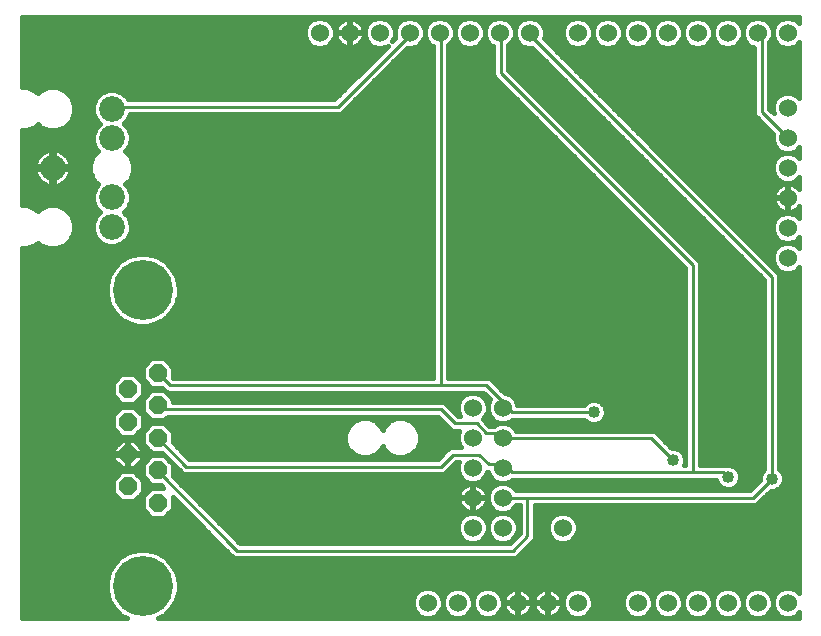
<source format=gbl>
G75*
G70*
%OFA0B0*%
%FSLAX24Y24*%
%IPPOS*%
%LPD*%
%AMOC8*
5,1,8,0,0,1.08239X$1,22.5*
%
%ADD10OC8,0.0600*%
%ADD11C,0.2000*%
%ADD12C,0.0600*%
%ADD13C,0.0860*%
%ADD14C,0.0100*%
%ADD15C,0.0400*%
%ADD16C,0.0160*%
D10*
X006699Y005569D03*
X007699Y005029D03*
X007699Y006109D03*
X006699Y006649D03*
X007699Y007189D03*
X006699Y007729D03*
X007699Y008269D03*
X006699Y008809D03*
X007699Y009349D03*
D11*
X007199Y012119D03*
X007199Y002259D03*
D12*
X016699Y001689D03*
X017699Y001689D03*
X018699Y001689D03*
X019699Y001689D03*
X020699Y001689D03*
X021699Y001689D03*
X023699Y001689D03*
X024699Y001689D03*
X025699Y001689D03*
X026699Y001689D03*
X027699Y001689D03*
X028699Y001689D03*
X021199Y004189D03*
X019199Y004189D03*
X018199Y004189D03*
X018199Y005189D03*
X019199Y005189D03*
X019199Y006189D03*
X018199Y006189D03*
X018199Y007189D03*
X019199Y007189D03*
X019199Y008189D03*
X018199Y008189D03*
X028699Y013189D03*
X028699Y014189D03*
X028699Y015189D03*
X028699Y016189D03*
X028699Y017189D03*
X028699Y018189D03*
X028699Y020689D03*
X027699Y020689D03*
X026699Y020689D03*
X025699Y020689D03*
X024699Y020689D03*
X023699Y020689D03*
X022699Y020689D03*
X021699Y020689D03*
X020099Y020689D03*
X019099Y020689D03*
X018099Y020689D03*
X017099Y020689D03*
X016099Y020689D03*
X015099Y020689D03*
X014099Y020689D03*
X013099Y020689D03*
D13*
X006167Y018158D03*
X006167Y017174D03*
X004199Y016189D03*
X006167Y015205D03*
X006167Y014221D03*
D14*
X006167Y018158D02*
X006179Y018229D01*
X013699Y018229D01*
X016099Y020629D01*
X016099Y020689D01*
X017099Y020689D02*
X017139Y020629D01*
X017139Y008949D01*
X008099Y008949D01*
X007699Y009349D01*
X007699Y008269D02*
X007699Y008229D01*
X007779Y008149D01*
X017139Y008149D01*
X017619Y007669D01*
X018339Y007669D01*
X018659Y007349D01*
X018899Y007349D01*
X019059Y007189D01*
X019199Y007189D01*
X019199Y007169D01*
X024159Y007169D01*
X024879Y006449D01*
X025539Y006049D02*
X025539Y012949D01*
X019139Y019349D01*
X019139Y020629D01*
X019099Y020689D01*
X020099Y020689D02*
X020099Y020629D01*
X028179Y012549D01*
X028179Y005829D01*
X027539Y005189D01*
X020019Y005189D01*
X020019Y003909D01*
X019539Y003429D01*
X010339Y003429D01*
X007699Y006069D01*
X007699Y006109D01*
X008659Y006229D02*
X017139Y006229D01*
X017539Y006629D01*
X018419Y006629D01*
X018739Y006309D01*
X019059Y006309D01*
X019139Y006229D01*
X019199Y006189D01*
X019199Y006129D01*
X019439Y006129D01*
X019519Y006049D01*
X025539Y006049D01*
X026559Y006049D01*
X026719Y005889D01*
X022239Y008049D02*
X019519Y008049D01*
X019439Y008129D01*
X019199Y008129D01*
X019199Y008189D01*
X019459Y008149D01*
X018659Y008949D01*
X017139Y008949D01*
X019199Y005189D02*
X020019Y005189D01*
X008659Y006229D02*
X007699Y007189D01*
X027699Y020689D02*
X027839Y020689D01*
X027839Y018049D01*
X028699Y017189D01*
D15*
X022239Y008049D03*
X024879Y006449D03*
X026719Y005889D03*
X028179Y005829D03*
D16*
X003179Y001169D02*
X003179Y013505D01*
X003357Y013505D01*
X003620Y013614D01*
X003707Y013700D01*
X003793Y013614D01*
X004056Y013505D01*
X004341Y013505D01*
X004605Y013614D01*
X004806Y013815D01*
X004915Y014078D01*
X004915Y014363D01*
X004806Y014626D01*
X004605Y014828D01*
X004341Y014937D01*
X004056Y014937D01*
X003793Y014828D01*
X003707Y014741D01*
X003620Y014828D01*
X003357Y014937D01*
X003179Y014937D01*
X003179Y017442D01*
X003357Y017442D01*
X003620Y017551D01*
X003707Y017637D01*
X003793Y017551D01*
X004056Y017442D01*
X004341Y017442D01*
X004605Y017551D01*
X004806Y017752D01*
X004915Y018015D01*
X004915Y018300D01*
X004806Y018563D01*
X004605Y018765D01*
X004341Y018874D01*
X004056Y018874D01*
X003793Y018765D01*
X003707Y018679D01*
X003620Y018765D01*
X003357Y018874D01*
X003179Y018874D01*
X003179Y021205D01*
X029089Y021205D01*
X029089Y021006D01*
X028982Y021113D01*
X028798Y021189D01*
X028599Y021189D01*
X028416Y021113D01*
X028275Y020972D01*
X028199Y020789D01*
X028199Y020590D01*
X028275Y020406D01*
X028416Y020265D01*
X028599Y020189D01*
X028798Y020189D01*
X028982Y020265D01*
X029089Y020372D01*
X029089Y018506D01*
X028982Y018613D01*
X028798Y018689D01*
X028599Y018689D01*
X028416Y018613D01*
X028275Y018472D01*
X028199Y018289D01*
X028199Y018090D01*
X028232Y018009D01*
X028089Y018153D01*
X028089Y020372D01*
X028123Y020406D01*
X028199Y020590D01*
X028199Y020789D01*
X028123Y020972D01*
X027982Y021113D01*
X027798Y021189D01*
X027599Y021189D01*
X027416Y021113D01*
X027275Y020972D01*
X027199Y020789D01*
X027199Y020590D01*
X027275Y020406D01*
X027416Y020265D01*
X027589Y020194D01*
X027589Y018099D01*
X027589Y018000D01*
X027627Y017908D01*
X028213Y017322D01*
X028199Y017289D01*
X028199Y017090D01*
X028275Y016906D01*
X028416Y016765D01*
X028599Y016689D01*
X028416Y016613D01*
X028275Y016472D01*
X028199Y016289D01*
X028199Y016090D01*
X028275Y015906D01*
X028416Y015765D01*
X028599Y015689D01*
X028798Y015689D01*
X028982Y015765D01*
X029089Y015872D01*
X029089Y015469D01*
X029065Y015502D01*
X029012Y015555D01*
X028950Y015600D01*
X028883Y015634D01*
X028811Y015657D01*
X028737Y015669D01*
X028719Y015669D01*
X028719Y015210D01*
X028679Y015210D01*
X028679Y015669D01*
X028661Y015669D01*
X028586Y015657D01*
X028515Y015634D01*
X028447Y015600D01*
X028386Y015555D01*
X028333Y015502D01*
X028288Y015441D01*
X028254Y015374D01*
X028231Y015302D01*
X028219Y015227D01*
X028219Y015209D01*
X028679Y015209D01*
X028679Y015169D01*
X028719Y015169D01*
X028719Y014709D01*
X028737Y014709D01*
X028811Y014721D01*
X028883Y014744D01*
X028950Y014779D01*
X029012Y014823D01*
X029065Y014877D01*
X029089Y014910D01*
X029089Y014506D01*
X028982Y014613D01*
X028798Y014689D01*
X028599Y014689D01*
X028416Y014613D01*
X028275Y014472D01*
X028199Y014289D01*
X028199Y014090D01*
X028275Y013906D01*
X028416Y013765D01*
X028599Y013689D01*
X028416Y013613D01*
X028275Y013472D01*
X028199Y013289D01*
X028199Y013090D01*
X028275Y012906D01*
X028416Y012765D01*
X028599Y012689D01*
X028798Y012689D01*
X028982Y012765D01*
X029089Y012872D01*
X029089Y002006D01*
X028982Y002113D01*
X028798Y002189D01*
X028599Y002189D01*
X028416Y002113D01*
X028275Y001972D01*
X028199Y001789D01*
X028199Y001590D01*
X028275Y001406D01*
X028416Y001265D01*
X028599Y001189D01*
X027798Y001189D01*
X027982Y001265D01*
X028123Y001406D01*
X028199Y001590D01*
X028199Y001789D01*
X028123Y001972D01*
X027982Y002113D01*
X027798Y002189D01*
X027599Y002189D01*
X027416Y002113D01*
X027275Y001972D01*
X027199Y001789D01*
X027199Y001590D01*
X027275Y001406D01*
X027416Y001265D01*
X027599Y001189D01*
X026798Y001189D01*
X026982Y001265D01*
X027123Y001406D01*
X027199Y001590D01*
X027199Y001789D01*
X027123Y001972D01*
X026982Y002113D01*
X026798Y002189D01*
X026599Y002189D01*
X026416Y002113D01*
X026275Y001972D01*
X026199Y001789D01*
X026199Y001590D01*
X026275Y001406D01*
X026416Y001265D01*
X026599Y001189D01*
X025798Y001189D01*
X025982Y001265D01*
X026123Y001406D01*
X026199Y001590D01*
X026199Y001789D01*
X026123Y001972D01*
X025982Y002113D01*
X025798Y002189D01*
X025599Y002189D01*
X025416Y002113D01*
X025275Y001972D01*
X025199Y001789D01*
X025199Y001590D01*
X025275Y001406D01*
X025416Y001265D01*
X025599Y001189D01*
X024798Y001189D01*
X024982Y001265D01*
X025123Y001406D01*
X025199Y001590D01*
X025199Y001789D01*
X025123Y001972D01*
X024982Y002113D01*
X024798Y002189D01*
X024599Y002189D01*
X024416Y002113D01*
X024275Y001972D01*
X024199Y001789D01*
X024199Y001590D01*
X024275Y001406D01*
X024416Y001265D01*
X024599Y001189D01*
X023798Y001189D01*
X023982Y001265D01*
X024123Y001406D01*
X024199Y001590D01*
X024199Y001789D01*
X024123Y001972D01*
X023982Y002113D01*
X023798Y002189D01*
X023599Y002189D01*
X023416Y002113D01*
X023275Y001972D01*
X023199Y001789D01*
X023199Y001590D01*
X023275Y001406D01*
X023416Y001265D01*
X023599Y001189D01*
X021798Y001189D01*
X021982Y001265D01*
X022123Y001406D01*
X022199Y001590D01*
X022199Y001789D01*
X022123Y001972D01*
X021982Y002113D01*
X021798Y002189D01*
X021599Y002189D01*
X021416Y002113D01*
X021275Y001972D01*
X021199Y001789D01*
X021199Y001590D01*
X021275Y001406D01*
X021416Y001265D01*
X021599Y001189D01*
X018798Y001189D01*
X018982Y001265D01*
X019123Y001406D01*
X019199Y001590D01*
X019199Y001789D01*
X019123Y001972D01*
X018982Y002113D01*
X018798Y002189D01*
X018599Y002189D01*
X018416Y002113D01*
X018275Y001972D01*
X018199Y001789D01*
X018199Y001590D01*
X018275Y001406D01*
X018416Y001265D01*
X018599Y001189D01*
X017798Y001189D01*
X017982Y001265D01*
X018123Y001406D01*
X018199Y001590D01*
X018199Y001789D01*
X018123Y001972D01*
X017982Y002113D01*
X017798Y002189D01*
X017599Y002189D01*
X017416Y002113D01*
X017275Y001972D01*
X017199Y001789D01*
X017199Y001590D01*
X017275Y001406D01*
X017416Y001265D01*
X017599Y001189D01*
X016798Y001189D01*
X016982Y001265D01*
X017123Y001406D01*
X017199Y001590D01*
X017199Y001789D01*
X017123Y001972D01*
X016982Y002113D01*
X016798Y002189D01*
X016599Y002189D01*
X016416Y002113D01*
X016275Y001972D01*
X016199Y001789D01*
X016199Y001590D01*
X016275Y001406D01*
X016416Y001265D01*
X016599Y001189D01*
X007745Y001189D01*
X007711Y001169D02*
X007936Y001299D01*
X008159Y001522D01*
X008317Y001796D01*
X008399Y002101D01*
X008399Y002417D01*
X008317Y002722D01*
X008159Y002996D01*
X007936Y003219D01*
X007662Y003377D01*
X007357Y003459D01*
X007041Y003459D01*
X006736Y003377D01*
X006462Y003219D01*
X006239Y002996D01*
X006081Y002722D01*
X005999Y002417D01*
X005999Y002101D01*
X006081Y001796D01*
X006239Y001522D01*
X006462Y001299D01*
X006687Y001169D01*
X003179Y001169D01*
X003179Y001189D02*
X006652Y001189D01*
X006413Y001348D02*
X003179Y001348D01*
X003179Y001506D02*
X006255Y001506D01*
X006156Y001665D02*
X003179Y001665D01*
X003179Y001823D02*
X006073Y001823D01*
X006031Y001982D02*
X003179Y001982D01*
X003179Y002141D02*
X005999Y002141D01*
X005999Y002299D02*
X003179Y002299D01*
X003179Y002458D02*
X006010Y002458D01*
X006052Y002616D02*
X003179Y002616D01*
X003179Y002775D02*
X006111Y002775D01*
X006202Y002933D02*
X003179Y002933D01*
X003179Y003092D02*
X006334Y003092D01*
X006516Y003250D02*
X003179Y003250D01*
X003179Y003409D02*
X006853Y003409D01*
X007545Y003409D02*
X010006Y003409D01*
X010127Y003288D02*
X010197Y003217D01*
X010289Y003179D01*
X019489Y003179D01*
X019589Y003179D01*
X019680Y003217D01*
X020160Y003697D01*
X020231Y003768D01*
X020269Y003860D01*
X020269Y004939D01*
X027589Y004939D01*
X027680Y004977D01*
X027751Y005048D01*
X028132Y005429D01*
X028258Y005429D01*
X028405Y005490D01*
X028518Y005603D01*
X028579Y005750D01*
X028579Y005909D01*
X028518Y006056D01*
X028429Y006145D01*
X028429Y012500D01*
X028429Y012599D01*
X028391Y012691D01*
X020567Y020514D01*
X020599Y020590D01*
X020599Y020789D01*
X020523Y020972D01*
X020382Y021113D01*
X020198Y021189D01*
X019999Y021189D01*
X019816Y021113D01*
X019675Y020972D01*
X019599Y020789D01*
X019599Y020590D01*
X019675Y020406D01*
X019816Y020265D01*
X019999Y020189D01*
X020185Y020189D01*
X027929Y012446D01*
X025789Y012446D01*
X025789Y012604D02*
X027770Y012604D01*
X027929Y012446D02*
X027929Y006145D01*
X027840Y006056D01*
X027779Y005909D01*
X027779Y005783D01*
X027435Y005439D01*
X020069Y005439D01*
X019969Y005439D01*
X019636Y005439D01*
X019623Y005472D01*
X019482Y005613D01*
X019298Y005689D01*
X019099Y005689D01*
X018916Y005613D01*
X018775Y005472D01*
X018699Y005289D01*
X018699Y005090D01*
X018775Y004906D01*
X018916Y004765D01*
X019099Y004689D01*
X018916Y004613D01*
X018775Y004472D01*
X018699Y004289D01*
X018699Y004090D01*
X018775Y003906D01*
X018916Y003765D01*
X019099Y003689D01*
X019298Y003689D01*
X019482Y003765D01*
X019623Y003906D01*
X019699Y004090D01*
X019699Y004289D01*
X019623Y004472D01*
X019482Y004613D01*
X019298Y004689D01*
X019099Y004689D01*
X019298Y004689D01*
X019482Y004765D01*
X019623Y004906D01*
X019636Y004939D01*
X019769Y004939D01*
X019769Y004013D01*
X019435Y003679D01*
X010442Y003679D01*
X008199Y005923D01*
X008199Y006316D01*
X007906Y006609D01*
X007492Y006609D01*
X007199Y006316D01*
X007199Y005902D01*
X007492Y005609D01*
X007805Y005609D01*
X007885Y005529D01*
X007492Y005529D01*
X007199Y005236D01*
X007199Y004822D01*
X007492Y004529D01*
X007906Y004529D01*
X008199Y004822D01*
X008199Y005216D01*
X010127Y003288D01*
X010164Y003250D02*
X007882Y003250D01*
X008063Y003092D02*
X029089Y003092D01*
X029089Y003250D02*
X019713Y003250D01*
X019872Y003409D02*
X029089Y003409D01*
X029089Y003567D02*
X020031Y003567D01*
X020189Y003726D02*
X021011Y003726D01*
X021099Y003689D02*
X021298Y003689D01*
X021482Y003765D01*
X021623Y003906D01*
X021699Y004090D01*
X021699Y004289D01*
X021623Y004472D01*
X021482Y004613D01*
X021298Y004689D01*
X021099Y004689D01*
X020916Y004613D01*
X020775Y004472D01*
X020699Y004289D01*
X020699Y004090D01*
X020775Y003906D01*
X020916Y003765D01*
X021099Y003689D01*
X021387Y003726D02*
X029089Y003726D01*
X029089Y003885D02*
X021601Y003885D01*
X021679Y004043D02*
X029089Y004043D01*
X029089Y004202D02*
X021699Y004202D01*
X021669Y004360D02*
X029089Y004360D01*
X029089Y004519D02*
X021577Y004519D01*
X021327Y004677D02*
X029089Y004677D01*
X029089Y004836D02*
X020269Y004836D01*
X020269Y004677D02*
X021070Y004677D01*
X020821Y004519D02*
X020269Y004519D01*
X020269Y004360D02*
X020729Y004360D01*
X020699Y004202D02*
X020269Y004202D01*
X020269Y004043D02*
X020718Y004043D01*
X020797Y003885D02*
X020269Y003885D01*
X019769Y004043D02*
X019679Y004043D01*
X019699Y004202D02*
X019769Y004202D01*
X019769Y004360D02*
X019669Y004360D01*
X019577Y004519D02*
X019769Y004519D01*
X019769Y004677D02*
X019327Y004677D01*
X019070Y004677D02*
X018327Y004677D01*
X018298Y004689D02*
X018099Y004689D01*
X017916Y004613D01*
X017775Y004472D01*
X017699Y004289D01*
X017699Y004090D01*
X017775Y003906D01*
X017916Y003765D01*
X018099Y003689D01*
X018298Y003689D01*
X018482Y003765D01*
X018623Y003906D01*
X018699Y004090D01*
X018699Y004289D01*
X018623Y004472D01*
X018482Y004613D01*
X018298Y004689D01*
X018311Y004721D02*
X018383Y004744D01*
X018450Y004779D01*
X018512Y004823D01*
X018565Y004877D01*
X018609Y004938D01*
X018644Y005005D01*
X018667Y005077D01*
X018679Y005151D01*
X018679Y005169D01*
X018219Y005169D01*
X018219Y004709D01*
X018237Y004709D01*
X018311Y004721D01*
X018179Y004709D02*
X018179Y005169D01*
X018219Y005169D01*
X018219Y005209D01*
X018679Y005209D01*
X018679Y005227D01*
X018667Y005302D01*
X018644Y005374D01*
X018609Y005441D01*
X018565Y005502D01*
X018512Y005555D01*
X018450Y005600D01*
X018383Y005634D01*
X018311Y005657D01*
X018237Y005669D01*
X018219Y005669D01*
X018219Y005210D01*
X018179Y005210D01*
X018179Y005669D01*
X018161Y005669D01*
X018086Y005657D01*
X018015Y005634D01*
X017947Y005600D01*
X017886Y005555D01*
X017833Y005502D01*
X017788Y005441D01*
X017754Y005374D01*
X017731Y005302D01*
X017719Y005227D01*
X017719Y005209D01*
X018179Y005209D01*
X018179Y005169D01*
X017719Y005169D01*
X017719Y005151D01*
X017731Y005077D01*
X017754Y005005D01*
X017788Y004938D01*
X017833Y004877D01*
X017886Y004823D01*
X017947Y004779D01*
X018015Y004744D01*
X018086Y004721D01*
X018161Y004709D01*
X018179Y004709D01*
X018070Y004677D02*
X009444Y004677D01*
X009286Y004836D02*
X017874Y004836D01*
X017759Y004994D02*
X009127Y004994D01*
X008969Y005153D02*
X017719Y005153D01*
X017734Y005311D02*
X008810Y005311D01*
X008652Y005470D02*
X017810Y005470D01*
X018004Y005629D02*
X008493Y005629D01*
X008335Y005787D02*
X017894Y005787D01*
X017916Y005765D02*
X018099Y005689D01*
X018298Y005689D01*
X018482Y005765D01*
X018623Y005906D01*
X018687Y006060D01*
X018689Y006059D01*
X018712Y006059D01*
X018775Y005906D01*
X018916Y005765D01*
X019099Y005689D01*
X019298Y005689D01*
X019482Y005765D01*
X019516Y005799D01*
X019569Y005799D01*
X025489Y005799D01*
X025589Y005799D01*
X026323Y005799D01*
X026380Y005663D01*
X026492Y005550D01*
X026639Y005489D01*
X026798Y005489D01*
X026945Y005550D01*
X027058Y005663D01*
X027119Y005810D01*
X027119Y005969D01*
X027058Y006116D01*
X026945Y006228D01*
X026798Y006289D01*
X026639Y006289D01*
X026636Y006288D01*
X026609Y006299D01*
X026509Y006299D01*
X025789Y006299D01*
X025789Y012999D01*
X025751Y013091D01*
X025680Y013161D01*
X019389Y019453D01*
X019389Y020272D01*
X019523Y020406D01*
X019599Y020590D01*
X019599Y020789D01*
X019523Y020972D01*
X019382Y021113D01*
X019198Y021189D01*
X018999Y021189D01*
X018816Y021113D01*
X018675Y020972D01*
X018599Y020789D01*
X018599Y020590D01*
X018675Y020406D01*
X018816Y020265D01*
X018889Y020235D01*
X018889Y019399D01*
X018889Y019300D01*
X018927Y019208D01*
X025289Y012846D01*
X025289Y006299D01*
X025250Y006299D01*
X025279Y006370D01*
X025279Y006529D01*
X025218Y006676D01*
X025105Y006788D01*
X024958Y006849D01*
X024832Y006849D01*
X024371Y007311D01*
X024300Y007381D01*
X024209Y007419D01*
X019645Y007419D01*
X019623Y007472D01*
X019482Y007613D01*
X019298Y007689D01*
X019099Y007689D01*
X018916Y007613D01*
X018902Y007599D01*
X018849Y007599D01*
X018762Y007599D01*
X018539Y007822D01*
X018623Y007906D01*
X018699Y008090D01*
X018775Y007906D01*
X018916Y007765D01*
X019099Y007689D01*
X019298Y007689D01*
X019482Y007765D01*
X019516Y007799D01*
X019569Y007799D01*
X021923Y007799D01*
X022012Y007710D01*
X022159Y007649D01*
X022318Y007649D01*
X022465Y007710D01*
X022578Y007823D01*
X022639Y007970D01*
X022639Y008129D01*
X022578Y008276D01*
X022465Y008388D01*
X022318Y008449D01*
X022159Y008449D01*
X022012Y008388D01*
X021923Y008299D01*
X019694Y008299D01*
X019623Y008472D01*
X019482Y008613D01*
X019298Y008689D01*
X019272Y008689D01*
X018800Y009161D01*
X018709Y009199D01*
X018609Y009199D01*
X017389Y009199D01*
X017389Y020272D01*
X017523Y020406D01*
X017599Y020590D01*
X017675Y020406D01*
X017816Y020265D01*
X017999Y020189D01*
X018198Y020189D01*
X018382Y020265D01*
X018523Y020406D01*
X018599Y020590D01*
X018599Y020789D01*
X018523Y020972D01*
X018382Y021113D01*
X018198Y021189D01*
X017999Y021189D01*
X017816Y021113D01*
X017675Y020972D01*
X017599Y020789D01*
X017599Y020590D01*
X017599Y020789D01*
X017523Y020972D01*
X017382Y021113D01*
X017198Y021189D01*
X016999Y021189D01*
X016816Y021113D01*
X016675Y020972D01*
X016599Y020789D01*
X016599Y020590D01*
X016675Y020406D01*
X016816Y020265D01*
X016889Y020235D01*
X016889Y009199D01*
X008202Y009199D01*
X008199Y009203D01*
X008199Y009556D01*
X007906Y009849D01*
X007492Y009849D01*
X007199Y009556D01*
X007199Y009142D01*
X007492Y008849D01*
X007845Y008849D01*
X007887Y008808D01*
X007957Y008737D01*
X008049Y008699D01*
X017089Y008699D01*
X017189Y008699D01*
X018555Y008699D01*
X018779Y008476D01*
X018775Y008472D01*
X018699Y008289D01*
X018699Y008090D01*
X018699Y008289D01*
X018623Y008472D01*
X018482Y008613D01*
X018298Y008689D01*
X018099Y008689D01*
X017916Y008613D01*
X017775Y008472D01*
X017699Y008289D01*
X017699Y008090D01*
X017770Y007919D01*
X017722Y007919D01*
X017280Y008361D01*
X017189Y008399D01*
X017089Y008399D01*
X008199Y008399D01*
X008199Y008476D01*
X007906Y008769D01*
X007492Y008769D01*
X007199Y008476D01*
X007199Y008062D01*
X007492Y007769D01*
X007906Y007769D01*
X008036Y007899D01*
X017035Y007899D01*
X017407Y007528D01*
X017477Y007457D01*
X017569Y007419D01*
X017753Y007419D01*
X017699Y007289D01*
X017699Y007090D01*
X017775Y006906D01*
X017802Y006879D01*
X017489Y006879D01*
X017397Y006841D01*
X017327Y006771D01*
X017035Y006479D01*
X008762Y006479D01*
X008199Y007043D01*
X008199Y007396D01*
X007906Y007689D01*
X007492Y007689D01*
X007199Y007396D01*
X007199Y006982D01*
X007492Y006689D01*
X007845Y006689D01*
X008447Y006088D01*
X008517Y006017D01*
X008609Y005979D01*
X017089Y005979D01*
X017189Y005979D01*
X017280Y006017D01*
X017642Y006379D01*
X017736Y006379D01*
X017699Y006289D01*
X017699Y006090D01*
X017775Y005906D01*
X017916Y005765D01*
X017759Y005946D02*
X008199Y005946D01*
X008199Y006104D02*
X008431Y006104D01*
X008272Y006263D02*
X008199Y006263D01*
X008113Y006421D02*
X008094Y006421D01*
X007955Y006580D02*
X007935Y006580D01*
X007462Y006580D02*
X007179Y006580D01*
X007179Y006629D02*
X006719Y006629D01*
X006719Y006169D01*
X006898Y006169D01*
X007179Y006450D01*
X007179Y006629D01*
X007179Y006669D02*
X006719Y006669D01*
X006719Y006629D01*
X006679Y006629D01*
X006679Y006169D01*
X006500Y006169D01*
X006219Y006450D01*
X006219Y006629D01*
X006679Y006629D01*
X006679Y006669D01*
X006219Y006669D01*
X006219Y006848D01*
X006500Y007129D01*
X006679Y007129D01*
X006679Y006670D01*
X006719Y006670D01*
X006719Y007129D01*
X006898Y007129D01*
X007179Y006848D01*
X007179Y006669D01*
X007179Y006738D02*
X007443Y006738D01*
X007284Y006897D02*
X007130Y006897D01*
X007199Y007055D02*
X006972Y007055D01*
X006906Y007229D02*
X007199Y007522D01*
X007199Y007936D01*
X006906Y008229D01*
X006492Y008229D01*
X006199Y007936D01*
X006199Y007522D01*
X006492Y007229D01*
X006906Y007229D01*
X007049Y007372D02*
X007199Y007372D01*
X007199Y007214D02*
X003179Y007214D01*
X003179Y007372D02*
X006349Y007372D01*
X006199Y007531D02*
X003179Y007531D01*
X003179Y007690D02*
X006199Y007690D01*
X006199Y007848D02*
X003179Y007848D01*
X003179Y008007D02*
X006269Y008007D01*
X006428Y008165D02*
X003179Y008165D01*
X003179Y008324D02*
X006477Y008324D01*
X006492Y008309D02*
X006906Y008309D01*
X007199Y008602D01*
X007199Y009016D01*
X006906Y009309D01*
X006492Y009309D01*
X006199Y009016D01*
X006199Y008602D01*
X006492Y008309D01*
X006319Y008482D02*
X003179Y008482D01*
X003179Y008641D02*
X006199Y008641D01*
X006199Y008799D02*
X003179Y008799D01*
X003179Y008958D02*
X006199Y008958D01*
X006299Y009116D02*
X003179Y009116D01*
X003179Y009275D02*
X006458Y009275D01*
X006940Y009275D02*
X007199Y009275D01*
X007199Y009434D02*
X003179Y009434D01*
X003179Y009592D02*
X007235Y009592D01*
X007393Y009751D02*
X003179Y009751D01*
X003179Y009909D02*
X016889Y009909D01*
X016889Y009751D02*
X008005Y009751D01*
X008163Y009592D02*
X016889Y009592D01*
X016889Y009434D02*
X008199Y009434D01*
X008199Y009275D02*
X016889Y009275D01*
X017389Y009275D02*
X025289Y009275D01*
X025289Y009116D02*
X018845Y009116D01*
X019004Y008958D02*
X025289Y008958D01*
X025289Y008799D02*
X019162Y008799D01*
X019415Y008641D02*
X025289Y008641D01*
X025289Y008482D02*
X019613Y008482D01*
X019684Y008324D02*
X021948Y008324D01*
X022530Y008324D02*
X025289Y008324D01*
X025289Y008165D02*
X022624Y008165D01*
X022639Y008007D02*
X025289Y008007D01*
X025289Y007848D02*
X022588Y007848D01*
X022416Y007690D02*
X025289Y007690D01*
X025289Y007531D02*
X019564Y007531D01*
X019299Y007690D02*
X022062Y007690D01*
X024309Y007372D02*
X025289Y007372D01*
X025289Y007214D02*
X024468Y007214D01*
X024626Y007055D02*
X025289Y007055D01*
X025289Y006897D02*
X024785Y006897D01*
X025156Y006738D02*
X025289Y006738D01*
X025289Y006580D02*
X025258Y006580D01*
X025279Y006421D02*
X025289Y006421D01*
X025789Y006421D02*
X027929Y006421D01*
X027929Y006263D02*
X026863Y006263D01*
X027063Y006104D02*
X027888Y006104D01*
X027794Y005946D02*
X027119Y005946D01*
X027109Y005787D02*
X027779Y005787D01*
X027625Y005629D02*
X027024Y005629D01*
X027466Y005470D02*
X019624Y005470D01*
X019445Y005629D02*
X026414Y005629D01*
X026328Y005787D02*
X019504Y005787D01*
X018953Y005629D02*
X018394Y005629D01*
X018219Y005629D02*
X018179Y005629D01*
X018179Y005470D02*
X018219Y005470D01*
X018219Y005311D02*
X018179Y005311D01*
X018179Y005153D02*
X018219Y005153D01*
X018219Y004994D02*
X018179Y004994D01*
X018179Y004836D02*
X018219Y004836D01*
X018524Y004836D02*
X018845Y004836D01*
X018738Y004994D02*
X018638Y004994D01*
X018679Y005153D02*
X018699Y005153D01*
X018708Y005311D02*
X018664Y005311D01*
X018588Y005470D02*
X018774Y005470D01*
X018894Y005787D02*
X018504Y005787D01*
X018639Y005946D02*
X018759Y005946D01*
X017699Y006104D02*
X017367Y006104D01*
X017526Y006263D02*
X017699Y006263D01*
X017294Y006738D02*
X016254Y006738D01*
X016338Y006823D02*
X016156Y006641D01*
X015918Y006542D01*
X015661Y006542D01*
X015423Y006641D01*
X015241Y006823D01*
X015199Y006924D01*
X015157Y006823D01*
X014975Y006641D01*
X014737Y006542D01*
X014480Y006542D01*
X014242Y006641D01*
X014060Y006823D01*
X013961Y007061D01*
X013961Y007318D01*
X014060Y007556D01*
X014242Y007738D01*
X014480Y007837D01*
X014737Y007837D01*
X014975Y007738D01*
X015157Y007556D01*
X015199Y007455D01*
X015241Y007556D01*
X015423Y007738D01*
X015661Y007837D01*
X015918Y007837D01*
X016156Y007738D01*
X016338Y007556D01*
X016437Y007318D01*
X016437Y007061D01*
X016338Y006823D01*
X016369Y006897D02*
X017784Y006897D01*
X017713Y007055D02*
X016435Y007055D01*
X016437Y007214D02*
X017699Y007214D01*
X017734Y007372D02*
X016414Y007372D01*
X016349Y007531D02*
X017404Y007531D01*
X017245Y007690D02*
X016205Y007690D01*
X015374Y007690D02*
X015023Y007690D01*
X015167Y007531D02*
X015230Y007531D01*
X015210Y006897D02*
X015188Y006897D01*
X015073Y006738D02*
X015325Y006738D01*
X015569Y006580D02*
X014828Y006580D01*
X014388Y006580D02*
X008662Y006580D01*
X008503Y006738D02*
X014144Y006738D01*
X014029Y006897D02*
X008345Y006897D01*
X008199Y007055D02*
X013963Y007055D01*
X013961Y007214D02*
X008199Y007214D01*
X008199Y007372D02*
X013984Y007372D01*
X014049Y007531D02*
X008064Y007531D01*
X007985Y007848D02*
X017087Y007848D01*
X017476Y008165D02*
X017699Y008165D01*
X017713Y008324D02*
X017318Y008324D01*
X017635Y008007D02*
X017733Y008007D01*
X017785Y008482D02*
X008193Y008482D01*
X008034Y008641D02*
X017983Y008641D01*
X018415Y008641D02*
X018614Y008641D01*
X018613Y008482D02*
X018772Y008482D01*
X018713Y008324D02*
X018684Y008324D01*
X018699Y008165D02*
X018699Y008165D01*
X018664Y008007D02*
X018733Y008007D01*
X018833Y007848D02*
X018565Y007848D01*
X018672Y007690D02*
X019099Y007690D01*
X017136Y006580D02*
X016009Y006580D01*
X014193Y007690D02*
X007199Y007690D01*
X007199Y007848D02*
X007413Y007848D01*
X007254Y008007D02*
X007129Y008007D01*
X007199Y008165D02*
X006970Y008165D01*
X006920Y008324D02*
X007199Y008324D01*
X007205Y008482D02*
X007079Y008482D01*
X007199Y008641D02*
X007363Y008641D01*
X007199Y008799D02*
X007895Y008799D01*
X007383Y008958D02*
X007199Y008958D01*
X007225Y009116D02*
X007099Y009116D01*
X007199Y007531D02*
X007334Y007531D01*
X006719Y007055D02*
X006679Y007055D01*
X006679Y006897D02*
X006719Y006897D01*
X006719Y006738D02*
X006679Y006738D01*
X006679Y006580D02*
X006719Y006580D01*
X006719Y006421D02*
X006679Y006421D01*
X006679Y006263D02*
X006719Y006263D01*
X006906Y006069D02*
X006492Y006069D01*
X006199Y005776D01*
X006199Y005362D01*
X006492Y005069D01*
X006906Y005069D01*
X007199Y005362D01*
X007199Y005776D01*
X006906Y006069D01*
X007030Y005946D02*
X007199Y005946D01*
X007199Y006104D02*
X003179Y006104D01*
X003179Y005946D02*
X006368Y005946D01*
X006210Y005787D02*
X003179Y005787D01*
X003179Y005629D02*
X006199Y005629D01*
X006199Y005470D02*
X003179Y005470D01*
X003179Y005311D02*
X006250Y005311D01*
X006408Y005153D02*
X003179Y005153D01*
X003179Y004994D02*
X007199Y004994D01*
X007199Y004836D02*
X003179Y004836D01*
X003179Y004677D02*
X007344Y004677D01*
X007199Y005153D02*
X006990Y005153D01*
X007148Y005311D02*
X007274Y005311D01*
X007199Y005470D02*
X007432Y005470D01*
X007473Y005629D02*
X007199Y005629D01*
X007188Y005787D02*
X007314Y005787D01*
X007199Y006263D02*
X006991Y006263D01*
X007150Y006421D02*
X007304Y006421D01*
X006407Y006263D02*
X003179Y006263D01*
X003179Y006421D02*
X006248Y006421D01*
X006219Y006580D02*
X003179Y006580D01*
X003179Y006738D02*
X006219Y006738D01*
X006268Y006897D02*
X003179Y006897D01*
X003179Y007055D02*
X006426Y007055D01*
X008199Y005153D02*
X008262Y005153D01*
X008199Y004994D02*
X008420Y004994D01*
X008579Y004836D02*
X008199Y004836D01*
X008054Y004677D02*
X008737Y004677D01*
X008896Y004519D02*
X003179Y004519D01*
X003179Y004360D02*
X009054Y004360D01*
X009213Y004202D02*
X003179Y004202D01*
X003179Y004043D02*
X009372Y004043D01*
X009530Y003885D02*
X003179Y003885D01*
X003179Y003726D02*
X009689Y003726D01*
X009847Y003567D02*
X003179Y003567D01*
X007711Y001169D02*
X029089Y001169D01*
X029089Y001372D01*
X028982Y001265D01*
X028798Y001189D01*
X029089Y001189D01*
X029089Y001348D02*
X029064Y001348D01*
X028798Y001189D02*
X028599Y001189D01*
X028333Y001348D02*
X028065Y001348D01*
X028164Y001506D02*
X028233Y001506D01*
X028199Y001665D02*
X028199Y001665D01*
X028184Y001823D02*
X028213Y001823D01*
X028285Y001982D02*
X028113Y001982D01*
X027916Y002141D02*
X028482Y002141D01*
X028916Y002141D02*
X029089Y002141D01*
X029089Y002299D02*
X008399Y002299D01*
X008399Y002141D02*
X016482Y002141D01*
X016285Y001982D02*
X008367Y001982D01*
X008324Y001823D02*
X016213Y001823D01*
X016199Y001665D02*
X008241Y001665D01*
X008143Y001506D02*
X016233Y001506D01*
X016333Y001348D02*
X007984Y001348D01*
X008388Y002458D02*
X029089Y002458D01*
X029089Y002616D02*
X008346Y002616D01*
X008287Y002775D02*
X029089Y002775D01*
X029089Y002933D02*
X008195Y002933D01*
X009920Y004202D02*
X017699Y004202D01*
X017718Y004043D02*
X010079Y004043D01*
X010237Y003885D02*
X017797Y003885D01*
X018011Y003726D02*
X010396Y003726D01*
X009761Y004360D02*
X017729Y004360D01*
X017821Y004519D02*
X009603Y004519D01*
X016599Y001189D02*
X016798Y001189D01*
X017065Y001348D02*
X017333Y001348D01*
X017233Y001506D02*
X017164Y001506D01*
X017199Y001665D02*
X017199Y001665D01*
X017184Y001823D02*
X017213Y001823D01*
X017285Y001982D02*
X017113Y001982D01*
X016916Y002141D02*
X017482Y002141D01*
X017916Y002141D02*
X018482Y002141D01*
X018285Y001982D02*
X018113Y001982D01*
X018184Y001823D02*
X018213Y001823D01*
X018199Y001665D02*
X018199Y001665D01*
X018164Y001506D02*
X018233Y001506D01*
X018333Y001348D02*
X018065Y001348D01*
X017798Y001189D02*
X017599Y001189D01*
X018599Y001189D02*
X018798Y001189D01*
X019065Y001348D02*
X019361Y001348D01*
X019386Y001323D02*
X019333Y001377D01*
X019288Y001438D01*
X019254Y001505D01*
X019231Y001577D01*
X019219Y001651D01*
X019219Y001669D01*
X019679Y001669D01*
X019719Y001669D01*
X019719Y001209D01*
X019737Y001209D01*
X019811Y001221D01*
X019883Y001244D01*
X019950Y001279D01*
X020012Y001323D01*
X020065Y001377D01*
X020109Y001438D01*
X020144Y001505D01*
X020167Y001577D01*
X020179Y001651D01*
X020179Y001669D01*
X019719Y001669D01*
X019719Y001709D01*
X020179Y001709D01*
X020179Y001727D01*
X020167Y001802D01*
X020144Y001874D01*
X020109Y001941D01*
X020065Y002002D01*
X020012Y002055D01*
X019950Y002100D01*
X019883Y002134D01*
X019811Y002157D01*
X019737Y002169D01*
X019719Y002169D01*
X019719Y001710D01*
X019679Y001710D01*
X019679Y002169D01*
X019661Y002169D01*
X019586Y002157D01*
X019515Y002134D01*
X019447Y002100D01*
X019386Y002055D01*
X019333Y002002D01*
X019288Y001941D01*
X019254Y001874D01*
X019231Y001802D01*
X019219Y001727D01*
X019219Y001709D01*
X019679Y001709D01*
X019679Y001669D01*
X019679Y001209D01*
X019661Y001209D01*
X019586Y001221D01*
X019515Y001244D01*
X019447Y001279D01*
X019386Y001323D01*
X019254Y001506D02*
X019164Y001506D01*
X019199Y001665D02*
X019219Y001665D01*
X019238Y001823D02*
X019184Y001823D01*
X019113Y001982D02*
X019318Y001982D01*
X019534Y002141D02*
X018916Y002141D01*
X019679Y002141D02*
X019719Y002141D01*
X019863Y002141D02*
X020534Y002141D01*
X020515Y002134D02*
X020447Y002100D01*
X020386Y002055D01*
X020333Y002002D01*
X020288Y001941D01*
X020254Y001874D01*
X020231Y001802D01*
X020219Y001727D01*
X020219Y001709D01*
X020679Y001709D01*
X020679Y001669D01*
X020719Y001669D01*
X020719Y001209D01*
X020737Y001209D01*
X020811Y001221D01*
X020883Y001244D01*
X020950Y001279D01*
X021012Y001323D01*
X021065Y001377D01*
X021109Y001438D01*
X021144Y001505D01*
X021167Y001577D01*
X021179Y001651D01*
X021179Y001669D01*
X020719Y001669D01*
X020719Y001709D01*
X021179Y001709D01*
X021179Y001727D01*
X021167Y001802D01*
X021144Y001874D01*
X021109Y001941D01*
X021065Y002002D01*
X021012Y002055D01*
X020950Y002100D01*
X020883Y002134D01*
X020811Y002157D01*
X020737Y002169D01*
X020719Y002169D01*
X020719Y001710D01*
X020679Y001710D01*
X020679Y002169D01*
X020661Y002169D01*
X020586Y002157D01*
X020515Y002134D01*
X020679Y002141D02*
X020719Y002141D01*
X020863Y002141D02*
X021482Y002141D01*
X021285Y001982D02*
X021080Y001982D01*
X021160Y001823D02*
X021213Y001823D01*
X021199Y001665D02*
X021179Y001665D01*
X021144Y001506D02*
X021233Y001506D01*
X021333Y001348D02*
X021036Y001348D01*
X020719Y001348D02*
X020679Y001348D01*
X020679Y001209D02*
X020679Y001669D01*
X020219Y001669D01*
X020219Y001651D01*
X020231Y001577D01*
X020254Y001505D01*
X020288Y001438D01*
X020333Y001377D01*
X020386Y001323D01*
X020447Y001279D01*
X020515Y001244D01*
X020586Y001221D01*
X020661Y001209D01*
X020679Y001209D01*
X020679Y001506D02*
X020719Y001506D01*
X020719Y001665D02*
X020679Y001665D01*
X020679Y001823D02*
X020719Y001823D01*
X020719Y001982D02*
X020679Y001982D01*
X020318Y001982D02*
X020080Y001982D01*
X020160Y001823D02*
X020238Y001823D01*
X020219Y001665D02*
X020179Y001665D01*
X020144Y001506D02*
X020254Y001506D01*
X020361Y001348D02*
X020036Y001348D01*
X019719Y001348D02*
X019679Y001348D01*
X019679Y001506D02*
X019719Y001506D01*
X019719Y001665D02*
X019679Y001665D01*
X019679Y001823D02*
X019719Y001823D01*
X019719Y001982D02*
X019679Y001982D01*
X021599Y001189D02*
X021798Y001189D01*
X022065Y001348D02*
X023333Y001348D01*
X023233Y001506D02*
X022164Y001506D01*
X022199Y001665D02*
X023199Y001665D01*
X023213Y001823D02*
X022184Y001823D01*
X022113Y001982D02*
X023285Y001982D01*
X023482Y002141D02*
X021916Y002141D01*
X023599Y001189D02*
X023798Y001189D01*
X024065Y001348D02*
X024333Y001348D01*
X024233Y001506D02*
X024164Y001506D01*
X024199Y001665D02*
X024199Y001665D01*
X024184Y001823D02*
X024213Y001823D01*
X024285Y001982D02*
X024113Y001982D01*
X023916Y002141D02*
X024482Y002141D01*
X024916Y002141D02*
X025482Y002141D01*
X025285Y001982D02*
X025113Y001982D01*
X025184Y001823D02*
X025213Y001823D01*
X025199Y001665D02*
X025199Y001665D01*
X025164Y001506D02*
X025233Y001506D01*
X025333Y001348D02*
X025065Y001348D01*
X024798Y001189D02*
X024599Y001189D01*
X025599Y001189D02*
X025798Y001189D01*
X026065Y001348D02*
X026333Y001348D01*
X026233Y001506D02*
X026164Y001506D01*
X026199Y001665D02*
X026199Y001665D01*
X026184Y001823D02*
X026213Y001823D01*
X026285Y001982D02*
X026113Y001982D01*
X025916Y002141D02*
X026482Y002141D01*
X026916Y002141D02*
X027482Y002141D01*
X027285Y001982D02*
X027113Y001982D01*
X027184Y001823D02*
X027213Y001823D01*
X027199Y001665D02*
X027199Y001665D01*
X027164Y001506D02*
X027233Y001506D01*
X027333Y001348D02*
X027065Y001348D01*
X026798Y001189D02*
X026599Y001189D01*
X027599Y001189D02*
X027798Y001189D01*
X027697Y004994D02*
X029089Y004994D01*
X029089Y005153D02*
X027856Y005153D01*
X028015Y005311D02*
X029089Y005311D01*
X029089Y005470D02*
X028357Y005470D01*
X028529Y005629D02*
X029089Y005629D01*
X029089Y005787D02*
X028579Y005787D01*
X028564Y005946D02*
X029089Y005946D01*
X029089Y006104D02*
X028470Y006104D01*
X028429Y006263D02*
X029089Y006263D01*
X029089Y006421D02*
X028429Y006421D01*
X028429Y006580D02*
X029089Y006580D01*
X029089Y006738D02*
X028429Y006738D01*
X028429Y006897D02*
X029089Y006897D01*
X029089Y007055D02*
X028429Y007055D01*
X028429Y007214D02*
X029089Y007214D01*
X029089Y007372D02*
X028429Y007372D01*
X028429Y007531D02*
X029089Y007531D01*
X029089Y007690D02*
X028429Y007690D01*
X028429Y007848D02*
X029089Y007848D01*
X029089Y008007D02*
X028429Y008007D01*
X028429Y008165D02*
X029089Y008165D01*
X029089Y008324D02*
X028429Y008324D01*
X028429Y008482D02*
X029089Y008482D01*
X029089Y008641D02*
X028429Y008641D01*
X028429Y008799D02*
X029089Y008799D01*
X029089Y008958D02*
X028429Y008958D01*
X028429Y009116D02*
X029089Y009116D01*
X029089Y009275D02*
X028429Y009275D01*
X028429Y009434D02*
X029089Y009434D01*
X029089Y009592D02*
X028429Y009592D01*
X028429Y009751D02*
X029089Y009751D01*
X029089Y009909D02*
X028429Y009909D01*
X028429Y010068D02*
X029089Y010068D01*
X029089Y010226D02*
X028429Y010226D01*
X028429Y010385D02*
X029089Y010385D01*
X029089Y010543D02*
X028429Y010543D01*
X028429Y010702D02*
X029089Y010702D01*
X029089Y010860D02*
X028429Y010860D01*
X028429Y011019D02*
X029089Y011019D01*
X029089Y011178D02*
X028429Y011178D01*
X028429Y011336D02*
X029089Y011336D01*
X029089Y011495D02*
X028429Y011495D01*
X028429Y011653D02*
X029089Y011653D01*
X029089Y011812D02*
X028429Y011812D01*
X028429Y011970D02*
X029089Y011970D01*
X029089Y012129D02*
X028429Y012129D01*
X028429Y012287D02*
X029089Y012287D01*
X029089Y012446D02*
X028429Y012446D01*
X028427Y012604D02*
X029089Y012604D01*
X029089Y012763D02*
X028976Y012763D01*
X028422Y012763D02*
X028319Y012763D01*
X028269Y012921D02*
X028160Y012921D01*
X028203Y013080D02*
X028002Y013080D01*
X027843Y013239D02*
X028199Y013239D01*
X028244Y013397D02*
X027685Y013397D01*
X027526Y013556D02*
X028358Y013556D01*
X028539Y013714D02*
X027367Y013714D01*
X027209Y013873D02*
X028308Y013873D01*
X028223Y014031D02*
X027050Y014031D01*
X026892Y014190D02*
X028199Y014190D01*
X028224Y014348D02*
X026733Y014348D01*
X026575Y014507D02*
X028309Y014507D01*
X028542Y014665D02*
X026416Y014665D01*
X026258Y014824D02*
X028385Y014824D01*
X028386Y014823D02*
X028447Y014779D01*
X028515Y014744D01*
X028586Y014721D01*
X028661Y014709D01*
X028679Y014709D01*
X028679Y015169D01*
X028219Y015169D01*
X028219Y015151D01*
X028231Y015077D01*
X028254Y015005D01*
X028288Y014938D01*
X028333Y014877D01*
X028386Y014823D01*
X028265Y014983D02*
X026099Y014983D01*
X025941Y015141D02*
X028221Y015141D01*
X028230Y015300D02*
X025782Y015300D01*
X025623Y015458D02*
X028301Y015458D01*
X028481Y015617D02*
X025465Y015617D01*
X025306Y015775D02*
X028406Y015775D01*
X028263Y015934D02*
X025148Y015934D01*
X024989Y016092D02*
X028199Y016092D01*
X028199Y016251D02*
X024831Y016251D01*
X024672Y016409D02*
X028249Y016409D01*
X028371Y016568D02*
X024514Y016568D01*
X024355Y016727D02*
X028509Y016727D01*
X028599Y016689D02*
X028798Y016689D01*
X028599Y016689D01*
X028798Y016689D02*
X028982Y016613D01*
X029089Y016506D01*
X029089Y016872D01*
X028982Y016765D01*
X028798Y016689D01*
X028888Y016727D02*
X029089Y016727D01*
X029089Y016568D02*
X029027Y016568D01*
X028296Y016885D02*
X024197Y016885D01*
X024038Y017044D02*
X028218Y017044D01*
X028199Y017202D02*
X023879Y017202D01*
X023721Y017361D02*
X028174Y017361D01*
X028015Y017519D02*
X023562Y017519D01*
X023404Y017678D02*
X027857Y017678D01*
X027698Y017836D02*
X023245Y017836D01*
X023087Y017995D02*
X027591Y017995D01*
X027589Y018153D02*
X022928Y018153D01*
X022770Y018312D02*
X027589Y018312D01*
X027589Y018471D02*
X022611Y018471D01*
X022453Y018629D02*
X027589Y018629D01*
X027589Y018788D02*
X022294Y018788D01*
X022136Y018946D02*
X027589Y018946D01*
X027589Y019105D02*
X021977Y019105D01*
X021818Y019263D02*
X027589Y019263D01*
X027589Y019422D02*
X021660Y019422D01*
X021501Y019580D02*
X027589Y019580D01*
X027589Y019739D02*
X021343Y019739D01*
X021184Y019897D02*
X027589Y019897D01*
X027589Y020056D02*
X021026Y020056D01*
X020867Y020214D02*
X021539Y020214D01*
X021599Y020189D02*
X021798Y020189D01*
X021982Y020265D01*
X022123Y020406D01*
X022199Y020590D01*
X022275Y020406D01*
X022416Y020265D01*
X022599Y020189D01*
X022798Y020189D01*
X022982Y020265D01*
X023123Y020406D01*
X023199Y020590D01*
X023275Y020406D01*
X023416Y020265D01*
X023599Y020189D01*
X023798Y020189D01*
X023982Y020265D01*
X024123Y020406D01*
X024199Y020590D01*
X024275Y020406D01*
X024416Y020265D01*
X024599Y020189D01*
X024798Y020189D01*
X024982Y020265D01*
X025123Y020406D01*
X025199Y020590D01*
X025275Y020406D01*
X025416Y020265D01*
X025599Y020189D01*
X025798Y020189D01*
X025982Y020265D01*
X026123Y020406D01*
X026199Y020590D01*
X026275Y020406D01*
X026416Y020265D01*
X026599Y020189D01*
X026798Y020189D01*
X026982Y020265D01*
X027123Y020406D01*
X027199Y020590D01*
X027199Y020789D01*
X027123Y020972D01*
X026982Y021113D01*
X026798Y021189D01*
X026599Y021189D01*
X026416Y021113D01*
X026275Y020972D01*
X026199Y020789D01*
X026199Y020590D01*
X026199Y020789D01*
X026123Y020972D01*
X025982Y021113D01*
X025798Y021189D01*
X025599Y021189D01*
X025416Y021113D01*
X025275Y020972D01*
X025199Y020789D01*
X025199Y020590D01*
X025199Y020789D01*
X025123Y020972D01*
X024982Y021113D01*
X024798Y021189D01*
X024599Y021189D01*
X024416Y021113D01*
X024275Y020972D01*
X024199Y020789D01*
X024199Y020590D01*
X024199Y020789D01*
X024123Y020972D01*
X023982Y021113D01*
X023798Y021189D01*
X023599Y021189D01*
X023416Y021113D01*
X023275Y020972D01*
X023199Y020789D01*
X023199Y020590D01*
X023199Y020789D01*
X023123Y020972D01*
X022982Y021113D01*
X022798Y021189D01*
X022599Y021189D01*
X022416Y021113D01*
X022275Y020972D01*
X022199Y020789D01*
X022199Y020590D01*
X022199Y020789D01*
X022123Y020972D01*
X021982Y021113D01*
X021798Y021189D01*
X021599Y021189D01*
X021416Y021113D01*
X021275Y020972D01*
X021199Y020789D01*
X021199Y020590D01*
X021275Y020406D01*
X021416Y020265D01*
X021599Y020189D01*
X021859Y020214D02*
X022539Y020214D01*
X022308Y020373D02*
X022090Y020373D01*
X022175Y020532D02*
X022223Y020532D01*
X022199Y020690D02*
X022199Y020690D01*
X022174Y020849D02*
X022224Y020849D01*
X022310Y021007D02*
X022088Y021007D01*
X021855Y021166D02*
X022543Y021166D01*
X022855Y021166D02*
X023543Y021166D01*
X023310Y021007D02*
X023088Y021007D01*
X023174Y020849D02*
X023224Y020849D01*
X023199Y020690D02*
X023199Y020690D01*
X023175Y020532D02*
X023223Y020532D01*
X023308Y020373D02*
X023090Y020373D01*
X022859Y020214D02*
X023539Y020214D01*
X023859Y020214D02*
X024539Y020214D01*
X024308Y020373D02*
X024090Y020373D01*
X024175Y020532D02*
X024223Y020532D01*
X024199Y020690D02*
X024199Y020690D01*
X024174Y020849D02*
X024224Y020849D01*
X024310Y021007D02*
X024088Y021007D01*
X023855Y021166D02*
X024543Y021166D01*
X024855Y021166D02*
X025543Y021166D01*
X025310Y021007D02*
X025088Y021007D01*
X025174Y020849D02*
X025224Y020849D01*
X025199Y020690D02*
X025199Y020690D01*
X025175Y020532D02*
X025223Y020532D01*
X025308Y020373D02*
X025090Y020373D01*
X024859Y020214D02*
X025539Y020214D01*
X025859Y020214D02*
X026539Y020214D01*
X026308Y020373D02*
X026090Y020373D01*
X026175Y020532D02*
X026223Y020532D01*
X026199Y020690D02*
X026199Y020690D01*
X026174Y020849D02*
X026224Y020849D01*
X026310Y021007D02*
X026088Y021007D01*
X025855Y021166D02*
X026543Y021166D01*
X026855Y021166D02*
X027543Y021166D01*
X027310Y021007D02*
X027088Y021007D01*
X027174Y020849D02*
X027224Y020849D01*
X027199Y020690D02*
X027199Y020690D01*
X027175Y020532D02*
X027223Y020532D01*
X027308Y020373D02*
X027090Y020373D01*
X026859Y020214D02*
X027539Y020214D01*
X028089Y020214D02*
X028539Y020214D01*
X028308Y020373D02*
X028090Y020373D01*
X028175Y020532D02*
X028223Y020532D01*
X028199Y020690D02*
X028199Y020690D01*
X028174Y020849D02*
X028224Y020849D01*
X028310Y021007D02*
X028088Y021007D01*
X027855Y021166D02*
X028543Y021166D01*
X028855Y021166D02*
X029089Y021166D01*
X029088Y021007D02*
X029089Y021007D01*
X029089Y020214D02*
X028859Y020214D01*
X029089Y020056D02*
X028089Y020056D01*
X028089Y019897D02*
X029089Y019897D01*
X029089Y019739D02*
X028089Y019739D01*
X028089Y019580D02*
X029089Y019580D01*
X029089Y019422D02*
X028089Y019422D01*
X028089Y019263D02*
X029089Y019263D01*
X029089Y019105D02*
X028089Y019105D01*
X028089Y018946D02*
X029089Y018946D01*
X029089Y018788D02*
X028089Y018788D01*
X028089Y018629D02*
X028454Y018629D01*
X028274Y018471D02*
X028089Y018471D01*
X028089Y018312D02*
X028209Y018312D01*
X028199Y018153D02*
X028089Y018153D01*
X028944Y018629D02*
X029089Y018629D01*
X029089Y015775D02*
X028992Y015775D01*
X028917Y015617D02*
X029089Y015617D01*
X028719Y015617D02*
X028679Y015617D01*
X028679Y015458D02*
X028719Y015458D01*
X028719Y015300D02*
X028679Y015300D01*
X028679Y015141D02*
X028719Y015141D01*
X028719Y014983D02*
X028679Y014983D01*
X028679Y014824D02*
X028719Y014824D01*
X028856Y014665D02*
X029089Y014665D01*
X029088Y014507D02*
X029089Y014507D01*
X029089Y014824D02*
X029012Y014824D01*
X029089Y013872D02*
X028982Y013765D01*
X028798Y013689D01*
X028599Y013689D01*
X028798Y013689D01*
X028982Y013613D01*
X029089Y013506D01*
X029089Y013872D01*
X029089Y013714D02*
X028859Y013714D01*
X029040Y013556D02*
X029089Y013556D01*
X027612Y012763D02*
X025789Y012763D01*
X025789Y012921D02*
X027453Y012921D01*
X027295Y013080D02*
X025755Y013080D01*
X025603Y013239D02*
X027136Y013239D01*
X026978Y013397D02*
X025445Y013397D01*
X025286Y013556D02*
X026819Y013556D01*
X026660Y013714D02*
X025127Y013714D01*
X024969Y013873D02*
X026502Y013873D01*
X026343Y014031D02*
X024810Y014031D01*
X024652Y014190D02*
X026185Y014190D01*
X026026Y014348D02*
X024493Y014348D01*
X024335Y014507D02*
X025868Y014507D01*
X025709Y014665D02*
X024176Y014665D01*
X024018Y014824D02*
X025551Y014824D01*
X025392Y014983D02*
X023859Y014983D01*
X023701Y015141D02*
X025234Y015141D01*
X025075Y015300D02*
X023542Y015300D01*
X023383Y015458D02*
X024916Y015458D01*
X024758Y015617D02*
X023225Y015617D01*
X023066Y015775D02*
X024599Y015775D01*
X024441Y015934D02*
X022908Y015934D01*
X022749Y016092D02*
X024282Y016092D01*
X024124Y016251D02*
X022591Y016251D01*
X022432Y016409D02*
X023965Y016409D01*
X023807Y016568D02*
X022274Y016568D01*
X022115Y016727D02*
X023648Y016727D01*
X023490Y016885D02*
X021957Y016885D01*
X021798Y017044D02*
X023331Y017044D01*
X023172Y017202D02*
X021639Y017202D01*
X021481Y017361D02*
X023014Y017361D01*
X022855Y017519D02*
X021322Y017519D01*
X021164Y017678D02*
X022697Y017678D01*
X022538Y017836D02*
X021005Y017836D01*
X020847Y017995D02*
X022380Y017995D01*
X022221Y018153D02*
X020688Y018153D01*
X020530Y018312D02*
X022063Y018312D01*
X021904Y018471D02*
X020371Y018471D01*
X020213Y018629D02*
X021746Y018629D01*
X021587Y018788D02*
X020054Y018788D01*
X019896Y018946D02*
X021429Y018946D01*
X021270Y019105D02*
X019737Y019105D01*
X019578Y019263D02*
X021111Y019263D01*
X020953Y019422D02*
X019420Y019422D01*
X019389Y019580D02*
X020794Y019580D01*
X020636Y019739D02*
X019389Y019739D01*
X019389Y019897D02*
X020477Y019897D01*
X020319Y020056D02*
X019389Y020056D01*
X019389Y020214D02*
X019939Y020214D01*
X019708Y020373D02*
X019490Y020373D01*
X019575Y020532D02*
X019623Y020532D01*
X019599Y020690D02*
X019599Y020690D01*
X019574Y020849D02*
X019624Y020849D01*
X019710Y021007D02*
X019488Y021007D01*
X019255Y021166D02*
X019943Y021166D01*
X020255Y021166D02*
X021543Y021166D01*
X021310Y021007D02*
X020488Y021007D01*
X020574Y020849D02*
X021224Y020849D01*
X021199Y020690D02*
X020599Y020690D01*
X020575Y020532D02*
X021223Y020532D01*
X021308Y020373D02*
X020709Y020373D01*
X018889Y020214D02*
X018259Y020214D01*
X018490Y020373D02*
X018708Y020373D01*
X018623Y020532D02*
X018575Y020532D01*
X018599Y020690D02*
X018599Y020690D01*
X018574Y020849D02*
X018624Y020849D01*
X018710Y021007D02*
X018488Y021007D01*
X018255Y021166D02*
X018943Y021166D01*
X017943Y021166D02*
X017255Y021166D01*
X017488Y021007D02*
X017710Y021007D01*
X017624Y020849D02*
X017574Y020849D01*
X017599Y020690D02*
X017599Y020690D01*
X017575Y020532D02*
X017623Y020532D01*
X017708Y020373D02*
X017490Y020373D01*
X017389Y020214D02*
X017939Y020214D01*
X017389Y020056D02*
X018889Y020056D01*
X018889Y019897D02*
X017389Y019897D01*
X017389Y019739D02*
X018889Y019739D01*
X018889Y019580D02*
X017389Y019580D01*
X017389Y019422D02*
X018889Y019422D01*
X018904Y019263D02*
X017389Y019263D01*
X017389Y019105D02*
X019030Y019105D01*
X019189Y018946D02*
X017389Y018946D01*
X017389Y018788D02*
X019347Y018788D01*
X019506Y018629D02*
X017389Y018629D01*
X017389Y018471D02*
X019664Y018471D01*
X019823Y018312D02*
X017389Y018312D01*
X017389Y018153D02*
X019981Y018153D01*
X020140Y017995D02*
X017389Y017995D01*
X017389Y017836D02*
X020298Y017836D01*
X020457Y017678D02*
X017389Y017678D01*
X017389Y017519D02*
X020615Y017519D01*
X020774Y017361D02*
X017389Y017361D01*
X017389Y017202D02*
X020932Y017202D01*
X021091Y017044D02*
X017389Y017044D01*
X017389Y016885D02*
X021250Y016885D01*
X021408Y016727D02*
X017389Y016727D01*
X017389Y016568D02*
X021567Y016568D01*
X021725Y016409D02*
X017389Y016409D01*
X017389Y016251D02*
X021884Y016251D01*
X022042Y016092D02*
X017389Y016092D01*
X017389Y015934D02*
X022201Y015934D01*
X022359Y015775D02*
X017389Y015775D01*
X017389Y015617D02*
X022518Y015617D01*
X022676Y015458D02*
X017389Y015458D01*
X017389Y015300D02*
X022835Y015300D01*
X022994Y015141D02*
X017389Y015141D01*
X017389Y014983D02*
X023152Y014983D01*
X023311Y014824D02*
X017389Y014824D01*
X017389Y014665D02*
X023469Y014665D01*
X023628Y014507D02*
X017389Y014507D01*
X017389Y014348D02*
X023786Y014348D01*
X023945Y014190D02*
X017389Y014190D01*
X017389Y014031D02*
X024103Y014031D01*
X024262Y013873D02*
X017389Y013873D01*
X017389Y013714D02*
X024420Y013714D01*
X024579Y013556D02*
X017389Y013556D01*
X017389Y013397D02*
X024738Y013397D01*
X024896Y013239D02*
X017389Y013239D01*
X017389Y013080D02*
X025055Y013080D01*
X025213Y012921D02*
X017389Y012921D01*
X017389Y012763D02*
X025289Y012763D01*
X025289Y012604D02*
X017389Y012604D01*
X017389Y012446D02*
X025289Y012446D01*
X025289Y012287D02*
X017389Y012287D01*
X017389Y012129D02*
X025289Y012129D01*
X025289Y011970D02*
X017389Y011970D01*
X017389Y011812D02*
X025289Y011812D01*
X025289Y011653D02*
X017389Y011653D01*
X017389Y011495D02*
X025289Y011495D01*
X025289Y011336D02*
X017389Y011336D01*
X017389Y011178D02*
X025289Y011178D01*
X025289Y011019D02*
X017389Y011019D01*
X017389Y010860D02*
X025289Y010860D01*
X025289Y010702D02*
X017389Y010702D01*
X017389Y010543D02*
X025289Y010543D01*
X025289Y010385D02*
X017389Y010385D01*
X017389Y010226D02*
X025289Y010226D01*
X025289Y010068D02*
X017389Y010068D01*
X017389Y009909D02*
X025289Y009909D01*
X025289Y009751D02*
X017389Y009751D01*
X017389Y009592D02*
X025289Y009592D01*
X025289Y009434D02*
X017389Y009434D01*
X016889Y010068D02*
X003179Y010068D01*
X003179Y010226D02*
X016889Y010226D01*
X016889Y010385D02*
X003179Y010385D01*
X003179Y010543D02*
X016889Y010543D01*
X016889Y010702D02*
X003179Y010702D01*
X003179Y010860D02*
X016889Y010860D01*
X016889Y011019D02*
X007693Y011019D01*
X007662Y011001D02*
X007936Y011159D01*
X008159Y011382D01*
X008317Y011656D01*
X008399Y011961D01*
X008399Y012277D01*
X008317Y012582D01*
X008159Y012856D01*
X007936Y013079D01*
X007662Y013237D01*
X007357Y013319D01*
X007041Y013319D01*
X006736Y013237D01*
X006462Y013079D01*
X006239Y012856D01*
X006081Y012582D01*
X005999Y012277D01*
X005999Y011961D01*
X006081Y011656D01*
X006239Y011382D01*
X006462Y011159D01*
X006736Y011001D01*
X007041Y010919D01*
X007357Y010919D01*
X007662Y011001D01*
X007954Y011178D02*
X016889Y011178D01*
X016889Y011336D02*
X008113Y011336D01*
X008224Y011495D02*
X016889Y011495D01*
X016889Y011653D02*
X008315Y011653D01*
X008359Y011812D02*
X016889Y011812D01*
X016889Y011970D02*
X008399Y011970D01*
X008399Y012129D02*
X016889Y012129D01*
X016889Y012287D02*
X008396Y012287D01*
X008354Y012446D02*
X016889Y012446D01*
X016889Y012604D02*
X008304Y012604D01*
X008213Y012763D02*
X016889Y012763D01*
X016889Y012921D02*
X008094Y012921D01*
X007935Y013080D02*
X016889Y013080D01*
X016889Y013239D02*
X007658Y013239D01*
X006740Y013239D02*
X003179Y013239D01*
X003179Y013397D02*
X016889Y013397D01*
X016889Y013556D02*
X004465Y013556D01*
X004705Y013714D02*
X005783Y013714D01*
X005811Y013687D02*
X006042Y013591D01*
X006293Y013591D01*
X006524Y013687D01*
X006701Y013864D01*
X006797Y014095D01*
X006797Y014346D01*
X006701Y014578D01*
X006566Y014713D01*
X006701Y014848D01*
X006797Y015080D01*
X006797Y015330D01*
X006701Y015562D01*
X006627Y015636D01*
X006775Y015784D01*
X006884Y016047D01*
X006884Y016332D01*
X006775Y016595D01*
X006627Y016742D01*
X006701Y016817D01*
X006797Y017048D01*
X006797Y017299D01*
X006701Y017530D01*
X006566Y017666D01*
X006701Y017801D01*
X006775Y017979D01*
X013749Y017979D01*
X013840Y018017D01*
X013911Y018088D01*
X016012Y020189D01*
X016198Y020189D01*
X016382Y020265D01*
X016523Y020406D01*
X016599Y020590D01*
X016599Y020789D01*
X016523Y020972D01*
X016382Y021113D01*
X016198Y021189D01*
X015999Y021189D01*
X015816Y021113D01*
X015675Y020972D01*
X015599Y020789D01*
X015599Y020590D01*
X015630Y020514D01*
X015523Y020407D01*
X015599Y020590D01*
X015599Y020789D01*
X015523Y020972D01*
X015382Y021113D01*
X015198Y021189D01*
X014999Y021189D01*
X014816Y021113D01*
X014675Y020972D01*
X014599Y020789D01*
X014599Y020590D01*
X014675Y020406D01*
X014816Y020265D01*
X014999Y020189D01*
X015198Y020189D01*
X015381Y020265D01*
X013595Y018479D01*
X006716Y018479D01*
X006701Y018515D01*
X006524Y018692D01*
X006293Y018788D01*
X006042Y018788D01*
X005811Y018692D01*
X005633Y018515D01*
X005537Y018283D01*
X005537Y018032D01*
X005633Y017801D01*
X005769Y017666D01*
X005633Y017530D01*
X005537Y017299D01*
X005537Y017048D01*
X005633Y016817D01*
X005708Y016742D01*
X005560Y016595D01*
X005451Y016332D01*
X005451Y016047D01*
X005560Y015784D01*
X005708Y015636D01*
X005633Y015562D01*
X005537Y015330D01*
X005537Y015080D01*
X005633Y014848D01*
X005769Y014713D01*
X005633Y014578D01*
X005537Y014346D01*
X005537Y014095D01*
X005633Y013864D01*
X005811Y013687D01*
X005630Y013873D02*
X004830Y013873D01*
X004896Y014031D02*
X005564Y014031D01*
X005537Y014190D02*
X004915Y014190D01*
X004915Y014348D02*
X005538Y014348D01*
X005604Y014507D02*
X004856Y014507D01*
X004767Y014665D02*
X005721Y014665D01*
X005657Y014824D02*
X004609Y014824D01*
X003789Y014824D02*
X003624Y014824D01*
X003179Y014983D02*
X005578Y014983D01*
X005537Y015141D02*
X003179Y015141D01*
X003179Y015300D02*
X005537Y015300D01*
X005590Y015458D02*
X003179Y015458D01*
X003179Y015617D02*
X003987Y015617D01*
X003965Y015624D02*
X004056Y015594D01*
X004151Y015579D01*
X004151Y016141D01*
X004247Y016141D01*
X004247Y015579D01*
X004342Y015594D01*
X004433Y015624D01*
X004519Y015668D01*
X004596Y015724D01*
X004664Y015792D01*
X004721Y015870D01*
X004764Y015955D01*
X004794Y016046D01*
X004809Y016141D01*
X004247Y016141D01*
X004247Y016237D01*
X004809Y016237D01*
X004794Y016332D01*
X004764Y016423D01*
X004721Y016509D01*
X004664Y016587D01*
X004596Y016655D01*
X004519Y016711D01*
X004433Y016755D01*
X004342Y016784D01*
X004247Y016799D01*
X004247Y016237D01*
X004151Y016237D01*
X004151Y016141D01*
X003589Y016141D01*
X003604Y016046D01*
X003634Y015955D01*
X003677Y015870D01*
X003734Y015792D01*
X003801Y015724D01*
X003879Y015668D01*
X003965Y015624D01*
X004151Y015617D02*
X004247Y015617D01*
X004247Y015775D02*
X004151Y015775D01*
X004151Y015934D02*
X004247Y015934D01*
X004247Y016092D02*
X004151Y016092D01*
X004151Y016237D02*
X003589Y016237D01*
X003604Y016332D01*
X003634Y016423D01*
X003677Y016509D01*
X003734Y016587D01*
X003801Y016655D01*
X003879Y016711D01*
X003965Y016755D01*
X004056Y016784D01*
X004151Y016799D01*
X004151Y016237D01*
X004151Y016251D02*
X004247Y016251D01*
X004247Y016409D02*
X004151Y016409D01*
X004151Y016568D02*
X004247Y016568D01*
X004247Y016727D02*
X004151Y016727D01*
X003910Y016727D02*
X003179Y016727D01*
X003179Y016885D02*
X005605Y016885D01*
X005539Y017044D02*
X003179Y017044D01*
X003179Y017202D02*
X005537Y017202D01*
X005563Y017361D02*
X003179Y017361D01*
X003545Y017519D02*
X003869Y017519D01*
X004529Y017519D02*
X005629Y017519D01*
X005756Y017678D02*
X004732Y017678D01*
X004841Y017836D02*
X005619Y017836D01*
X005553Y017995D02*
X004907Y017995D01*
X004915Y018153D02*
X005537Y018153D01*
X005549Y018312D02*
X004910Y018312D01*
X004845Y018471D02*
X005615Y018471D01*
X005748Y018629D02*
X004740Y018629D01*
X004550Y018788D02*
X006042Y018788D01*
X006293Y018788D02*
X013904Y018788D01*
X014062Y018946D02*
X003179Y018946D01*
X003179Y019105D02*
X014221Y019105D01*
X014379Y019263D02*
X003179Y019263D01*
X003179Y019422D02*
X014538Y019422D01*
X014696Y019580D02*
X003179Y019580D01*
X003179Y019739D02*
X014855Y019739D01*
X015014Y019897D02*
X003179Y019897D01*
X003179Y020056D02*
X015172Y020056D01*
X015259Y020214D02*
X015331Y020214D01*
X014939Y020214D02*
X014169Y020214D01*
X014137Y020209D02*
X014211Y020221D01*
X014283Y020244D01*
X014350Y020279D01*
X014412Y020323D01*
X014465Y020377D01*
X014509Y020438D01*
X014544Y020505D01*
X014567Y020577D01*
X014579Y020651D01*
X014579Y020669D01*
X014119Y020669D01*
X014119Y020209D01*
X014137Y020209D01*
X014119Y020214D02*
X014079Y020214D01*
X014079Y020209D02*
X014079Y020669D01*
X014119Y020669D01*
X014119Y020709D01*
X014579Y020709D01*
X014579Y020727D01*
X014567Y020802D01*
X014544Y020874D01*
X014509Y020941D01*
X014465Y021002D01*
X014412Y021055D01*
X014350Y021100D01*
X014283Y021134D01*
X014211Y021157D01*
X014137Y021169D01*
X014119Y021169D01*
X014119Y020710D01*
X014079Y020710D01*
X014079Y021169D01*
X014061Y021169D01*
X013986Y021157D01*
X013915Y021134D01*
X013847Y021100D01*
X013786Y021055D01*
X013733Y021002D01*
X013688Y020941D01*
X013654Y020874D01*
X013631Y020802D01*
X013619Y020727D01*
X013619Y020709D01*
X014079Y020709D01*
X014079Y020669D01*
X013619Y020669D01*
X013619Y020651D01*
X013631Y020577D01*
X013654Y020505D01*
X013688Y020438D01*
X013733Y020377D01*
X013786Y020323D01*
X013847Y020279D01*
X013915Y020244D01*
X013986Y020221D01*
X014061Y020209D01*
X014079Y020209D01*
X014028Y020214D02*
X013259Y020214D01*
X013198Y020189D02*
X013382Y020265D01*
X013523Y020406D01*
X013599Y020590D01*
X013599Y020789D01*
X013523Y020972D01*
X013382Y021113D01*
X013198Y021189D01*
X012999Y021189D01*
X012816Y021113D01*
X012675Y020972D01*
X012599Y020789D01*
X012599Y020590D01*
X012675Y020406D01*
X012816Y020265D01*
X012999Y020189D01*
X013198Y020189D01*
X012939Y020214D02*
X003179Y020214D01*
X003179Y020373D02*
X012708Y020373D01*
X012623Y020532D02*
X003179Y020532D01*
X003179Y020690D02*
X012599Y020690D01*
X012624Y020849D02*
X003179Y020849D01*
X003179Y021007D02*
X012710Y021007D01*
X012943Y021166D02*
X003179Y021166D01*
X003566Y018788D02*
X003848Y018788D01*
X004488Y016727D02*
X005692Y016727D01*
X005549Y016568D02*
X004678Y016568D01*
X004769Y016409D02*
X005483Y016409D01*
X005451Y016251D02*
X004807Y016251D01*
X004801Y016092D02*
X005451Y016092D01*
X005498Y015934D02*
X004753Y015934D01*
X004648Y015775D02*
X005569Y015775D01*
X005688Y015617D02*
X004411Y015617D01*
X003750Y015775D02*
X003179Y015775D01*
X003179Y015934D02*
X003644Y015934D01*
X003597Y016092D02*
X003179Y016092D01*
X003179Y016251D02*
X003591Y016251D01*
X003629Y016409D02*
X003179Y016409D01*
X003179Y016568D02*
X003720Y016568D01*
X006643Y016727D02*
X016889Y016727D01*
X016889Y016885D02*
X006730Y016885D01*
X006795Y017044D02*
X016889Y017044D01*
X016889Y017202D02*
X006797Y017202D01*
X006772Y017361D02*
X016889Y017361D01*
X016889Y017519D02*
X006706Y017519D01*
X006578Y017678D02*
X016889Y017678D01*
X016889Y017836D02*
X006716Y017836D01*
X006587Y018629D02*
X013745Y018629D01*
X014135Y018312D02*
X016889Y018312D01*
X016889Y018471D02*
X014294Y018471D01*
X014452Y018629D02*
X016889Y018629D01*
X016889Y018788D02*
X014611Y018788D01*
X014769Y018946D02*
X016889Y018946D01*
X016889Y019105D02*
X014928Y019105D01*
X015086Y019263D02*
X016889Y019263D01*
X016889Y019422D02*
X015245Y019422D01*
X015403Y019580D02*
X016889Y019580D01*
X016889Y019739D02*
X015562Y019739D01*
X015721Y019897D02*
X016889Y019897D01*
X016889Y020056D02*
X015879Y020056D01*
X016259Y020214D02*
X016889Y020214D01*
X016708Y020373D02*
X016490Y020373D01*
X016575Y020532D02*
X016623Y020532D01*
X016599Y020690D02*
X016599Y020690D01*
X016574Y020849D02*
X016624Y020849D01*
X016710Y021007D02*
X016488Y021007D01*
X016255Y021166D02*
X016943Y021166D01*
X015943Y021166D02*
X015255Y021166D01*
X015488Y021007D02*
X015710Y021007D01*
X015624Y020849D02*
X015574Y020849D01*
X015599Y020690D02*
X015599Y020690D01*
X015575Y020532D02*
X015623Y020532D01*
X014708Y020373D02*
X014461Y020373D01*
X014552Y020532D02*
X014623Y020532D01*
X014599Y020690D02*
X014119Y020690D01*
X014079Y020690D02*
X013599Y020690D01*
X013575Y020532D02*
X013645Y020532D01*
X013736Y020373D02*
X013490Y020373D01*
X013574Y020849D02*
X013646Y020849D01*
X013738Y021007D02*
X013488Y021007D01*
X013255Y021166D02*
X014039Y021166D01*
X014079Y021166D02*
X014119Y021166D01*
X014159Y021166D02*
X014943Y021166D01*
X014710Y021007D02*
X014460Y021007D01*
X014552Y020849D02*
X014624Y020849D01*
X014119Y020849D02*
X014079Y020849D01*
X014079Y021007D02*
X014119Y021007D01*
X014119Y020532D02*
X014079Y020532D01*
X014079Y020373D02*
X014119Y020373D01*
X013977Y018153D02*
X016889Y018153D01*
X016889Y017995D02*
X013786Y017995D01*
X016889Y016568D02*
X006786Y016568D01*
X006851Y016409D02*
X016889Y016409D01*
X016889Y016251D02*
X006884Y016251D01*
X006884Y016092D02*
X016889Y016092D01*
X016889Y015934D02*
X006837Y015934D01*
X006766Y015775D02*
X016889Y015775D01*
X016889Y015617D02*
X006647Y015617D01*
X006744Y015458D02*
X016889Y015458D01*
X016889Y015300D02*
X006797Y015300D01*
X006797Y015141D02*
X016889Y015141D01*
X016889Y014983D02*
X006757Y014983D01*
X006677Y014824D02*
X016889Y014824D01*
X016889Y014665D02*
X006614Y014665D01*
X006731Y014507D02*
X016889Y014507D01*
X016889Y014348D02*
X006796Y014348D01*
X006797Y014190D02*
X016889Y014190D01*
X016889Y014031D02*
X006771Y014031D01*
X006705Y013873D02*
X016889Y013873D01*
X016889Y013714D02*
X006552Y013714D01*
X006463Y013080D02*
X003179Y013080D01*
X003179Y012921D02*
X006304Y012921D01*
X006185Y012763D02*
X003179Y012763D01*
X003179Y012604D02*
X006093Y012604D01*
X006044Y012446D02*
X003179Y012446D01*
X003179Y012287D02*
X006002Y012287D01*
X005999Y012129D02*
X003179Y012129D01*
X003179Y011970D02*
X005999Y011970D01*
X006039Y011812D02*
X003179Y011812D01*
X003179Y011653D02*
X006082Y011653D01*
X006174Y011495D02*
X003179Y011495D01*
X003179Y011336D02*
X006285Y011336D01*
X006444Y011178D02*
X003179Y011178D01*
X003179Y011019D02*
X006705Y011019D01*
X003933Y013556D02*
X003480Y013556D01*
X018387Y003726D02*
X019011Y003726D01*
X018797Y003885D02*
X018601Y003885D01*
X018679Y004043D02*
X018718Y004043D01*
X018699Y004202D02*
X018699Y004202D01*
X018669Y004360D02*
X018729Y004360D01*
X018821Y004519D02*
X018577Y004519D01*
X019552Y004836D02*
X019769Y004836D01*
X019641Y003885D02*
X019601Y003885D01*
X019482Y003726D02*
X019387Y003726D01*
X025789Y006580D02*
X027929Y006580D01*
X027929Y006738D02*
X025789Y006738D01*
X025789Y006897D02*
X027929Y006897D01*
X027929Y007055D02*
X025789Y007055D01*
X025789Y007214D02*
X027929Y007214D01*
X027929Y007372D02*
X025789Y007372D01*
X025789Y007531D02*
X027929Y007531D01*
X027929Y007690D02*
X025789Y007690D01*
X025789Y007848D02*
X027929Y007848D01*
X027929Y008007D02*
X025789Y008007D01*
X025789Y008165D02*
X027929Y008165D01*
X027929Y008324D02*
X025789Y008324D01*
X025789Y008482D02*
X027929Y008482D01*
X027929Y008641D02*
X025789Y008641D01*
X025789Y008799D02*
X027929Y008799D01*
X027929Y008958D02*
X025789Y008958D01*
X025789Y009116D02*
X027929Y009116D01*
X027929Y009275D02*
X025789Y009275D01*
X025789Y009434D02*
X027929Y009434D01*
X027929Y009592D02*
X025789Y009592D01*
X025789Y009751D02*
X027929Y009751D01*
X027929Y009909D02*
X025789Y009909D01*
X025789Y010068D02*
X027929Y010068D01*
X027929Y010226D02*
X025789Y010226D01*
X025789Y010385D02*
X027929Y010385D01*
X027929Y010543D02*
X025789Y010543D01*
X025789Y010702D02*
X027929Y010702D01*
X027929Y010860D02*
X025789Y010860D01*
X025789Y011019D02*
X027929Y011019D01*
X027929Y011178D02*
X025789Y011178D01*
X025789Y011336D02*
X027929Y011336D01*
X027929Y011495D02*
X025789Y011495D01*
X025789Y011653D02*
X027929Y011653D01*
X027929Y011812D02*
X025789Y011812D01*
X025789Y011970D02*
X027929Y011970D01*
X027929Y012129D02*
X025789Y012129D01*
X025789Y012287D02*
X027929Y012287D01*
M02*

</source>
